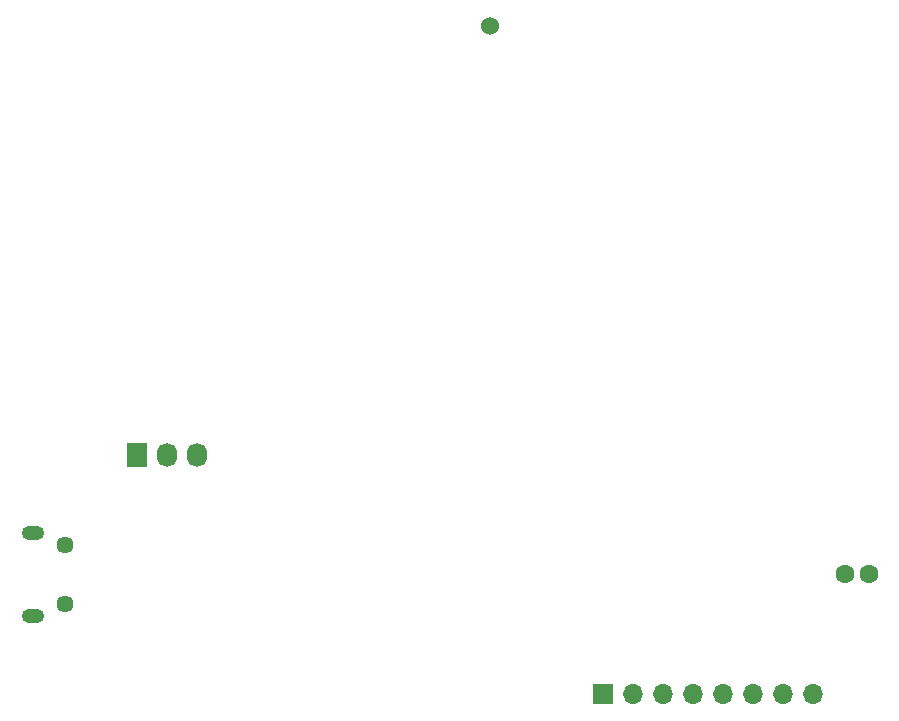
<source format=gbs>
%TF.GenerationSoftware,KiCad,Pcbnew,(6.0.7)*%
%TF.CreationDate,2022-10-01T10:05:14-06:00*%
%TF.ProjectId,attiny_rfid_light,61747469-6e79-45f7-9266-69645f6c6967,rev?*%
%TF.SameCoordinates,Original*%
%TF.FileFunction,Soldermask,Bot*%
%TF.FilePolarity,Negative*%
%FSLAX46Y46*%
G04 Gerber Fmt 4.6, Leading zero omitted, Abs format (unit mm)*
G04 Created by KiCad (PCBNEW (6.0.7)) date 2022-10-01 10:05:14*
%MOMM*%
%LPD*%
G01*
G04 APERTURE LIST*
%ADD10C,1.524000*%
%ADD11O,1.900000X1.200000*%
%ADD12C,1.450000*%
%ADD13R,1.700000X1.700000*%
%ADD14O,1.700000X1.700000*%
%ADD15R,1.730000X2.030000*%
%ADD16O,1.730000X2.030000*%
%ADD17C,1.600000*%
G04 APERTURE END LIST*
D10*
X106093500Y-95751800D03*
D11*
X67342500Y-145740000D03*
D12*
X70042500Y-139740000D03*
D11*
X67342500Y-138740000D03*
D12*
X70042500Y-144740000D03*
D13*
X115658600Y-152313700D03*
D14*
X118198600Y-152313700D03*
X120738600Y-152313700D03*
X123278600Y-152313700D03*
X125818600Y-152313700D03*
X128358600Y-152313700D03*
X130898600Y-152313700D03*
X133438600Y-152313700D03*
D15*
X76200000Y-132080000D03*
D16*
X78740000Y-132080000D03*
X81280000Y-132080000D03*
D17*
X138127000Y-142200000D03*
X136127000Y-142200000D03*
M02*

</source>
